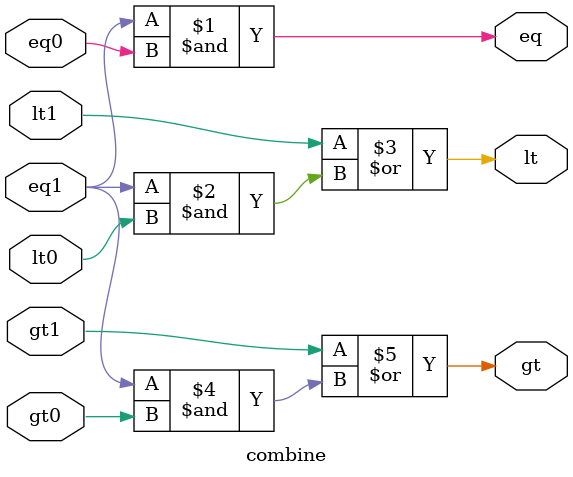
<source format=v>
module combine(eq, lt, gt, eq0, lt0, gt0, eq1, lt1, gt1);
	
  input eq0, lt0, gt0, eq1, lt1, gt1;
	
  output eq, lt, gt;

	
  assign eq = eq1 & eq0;
	
  assign lt = lt1 | eq1 & lt0;
	
  assign gt = gt1 | eq1 & gt0;

endmodule


</source>
